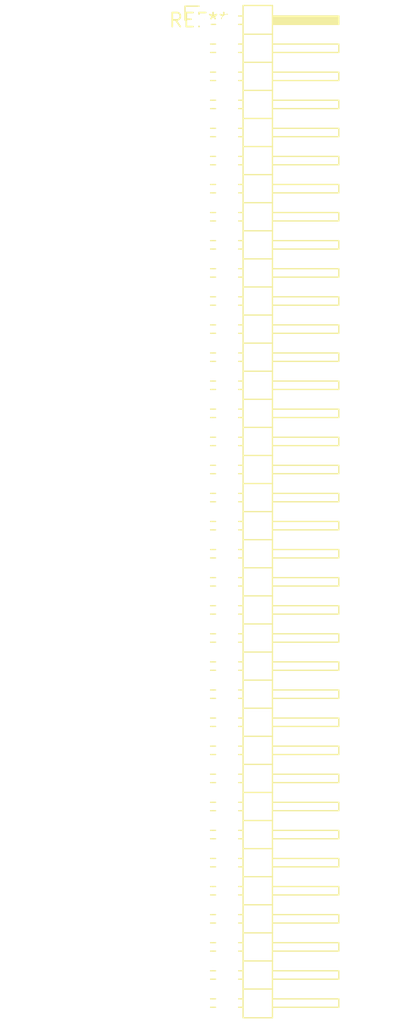
<source format=kicad_pcb>
(kicad_pcb (version 20240108) (generator pcbnew)
  (layers (0 "F.Cu" signal) (31 "B.Cu" signal) (34 "B.Paste" user) (35 "F.Paste" user) (36 "B.SilkS" user "B.Silkscreen") (37 "F.SilkS" user "F.Silkscreen") (38 "B.Mask" user) (39 "F.Mask" user) (44 "Edge.Cuts" user))
  (net 0 "")
  (footprint "PinHeader_2x36_P2.54mm_Horizontal" (layer "F.Cu") (at 0 0)
    (property "Reference" "REF**")
    (property "Value" "PinHeader_2x36_P2.54mm_Horizontal")
    (fp_line (start -1.27 -1.27) (end 0 -1.27) (layer "F.SilkS") (stroke (width 0.12)))
    (fp_line (start -1.27 0) (end -1.27 -1.27) (layer "F.SilkS") (stroke (width 0.12)))
    (fp_line (start 1.042929 2.16) (end 1.497071 2.16) (layer "F.SilkS") (stroke (width 0.12)))
    (fp_line (start 1.042929 2.92) (end 1.497071 2.92) (layer "F.SilkS") (stroke (width 0.12)))
    (fp_line (start 1.042929 4.7) (end 1.497071 4.7) (layer "F.SilkS") (stroke (width 0.12)))
    (fp_line (start 1.042929 5.46) (end 1.497071 5.46) (layer "F.SilkS") (stroke (width 0.12)))
    (fp_line (start 1.042929 7.24) (end 1.497071 7.24) (layer "F.SilkS") (stroke (width 0.12)))
    (fp_line (start 1.042929 8) (end 1.497071 8) (layer "F.SilkS") (stroke (width 0.12)))
    (fp_line (start 1.042929 9.78) (end 1.497071 9.78) (layer "F.SilkS") (stroke (width 0.12)))
    (fp_line (start 1.042929 10.54) (end 1.497071 10.54) (layer "F.SilkS") (stroke (width 0.12)))
    (fp_line (start 1.042929 12.32) (end 1.497071 12.32) (layer "F.SilkS") (stroke (width 0.12)))
    (fp_line (start 1.042929 13.08) (end 1.497071 13.08) (layer "F.SilkS") (stroke (width 0.12)))
    (fp_line (start 1.042929 14.86) (end 1.497071 14.86) (layer "F.SilkS") (stroke (width 0.12)))
    (fp_line (start 1.042929 15.62) (end 1.497071 15.62) (layer "F.SilkS") (stroke (width 0.12)))
    (fp_line (start 1.042929 17.4) (end 1.497071 17.4) (layer "F.SilkS") (stroke (width 0.12)))
    (fp_line (start 1.042929 18.16) (end 1.497071 18.16) (layer "F.SilkS") (stroke (width 0.12)))
    (fp_line (start 1.042929 19.94) (end 1.497071 19.94) (layer "F.SilkS") (stroke (width 0.12)))
    (fp_line (start 1.042929 20.7) (end 1.497071 20.7) (layer "F.SilkS") (stroke (width 0.12)))
    (fp_line (start 1.042929 22.48) (end 1.497071 22.48) (layer "F.SilkS") (stroke (width 0.12)))
    (fp_line (start 1.042929 23.24) (end 1.497071 23.24) (layer "F.SilkS") (stroke (width 0.12)))
    (fp_line (start 1.042929 25.02) (end 1.497071 25.02) (layer "F.SilkS") (stroke (width 0.12)))
    (fp_line (start 1.042929 25.78) (end 1.497071 25.78) (layer "F.SilkS") (stroke (width 0.12)))
    (fp_line (start 1.042929 27.56) (end 1.497071 27.56) (layer "F.SilkS") (stroke (width 0.12)))
    (fp_line (start 1.042929 28.32) (end 1.497071 28.32) (layer "F.SilkS") (stroke (width 0.12)))
    (fp_line (start 1.042929 30.1) (end 1.497071 30.1) (layer "F.SilkS") (stroke (width 0.12)))
    (fp_line (start 1.042929 30.86) (end 1.497071 30.86) (layer "F.SilkS") (stroke (width 0.12)))
    (fp_line (start 1.042929 32.64) (end 1.497071 32.64) (layer "F.SilkS") (stroke (width 0.12)))
    (fp_line (start 1.042929 33.4) (end 1.497071 33.4) (layer "F.SilkS") (stroke (width 0.12)))
    (fp_line (start 1.042929 35.18) (end 1.497071 35.18) (layer "F.SilkS") (stroke (width 0.12)))
    (fp_line (start 1.042929 35.94) (end 1.497071 35.94) (layer "F.SilkS") (stroke (width 0.12)))
    (fp_line (start 1.042929 37.72) (end 1.497071 37.72) (layer "F.SilkS") (stroke (width 0.12)))
    (fp_line (start 1.042929 38.48) (end 1.497071 38.48) (layer "F.SilkS") (stroke (width 0.12)))
    (fp_line (start 1.042929 40.26) (end 1.497071 40.26) (layer "F.SilkS") (stroke (width 0.12)))
    (fp_line (start 1.042929 41.02) (end 1.497071 41.02) (layer "F.SilkS") (stroke (width 0.12)))
    (fp_line (start 1.042929 42.8) (end 1.497071 42.8) (layer "F.SilkS") (stroke (width 0.12)))
    (fp_line (start 1.042929 43.56) (end 1.497071 43.56) (layer "F.SilkS") (stroke (width 0.12)))
    (fp_line (start 1.042929 45.34) (end 1.497071 45.34) (layer "F.SilkS") (stroke (width 0.12)))
    (fp_line (start 1.042929 46.1) (end 1.497071 46.1) (layer "F.SilkS") (stroke (width 0.12)))
    (fp_line (start 1.042929 47.88) (end 1.497071 47.88) (layer "F.SilkS") (stroke (width 0.12)))
    (fp_line (start 1.042929 48.64) (end 1.497071 48.64) (layer "F.SilkS") (stroke (width 0.12)))
    (fp_line (start 1.042929 50.42) (end 1.497071 50.42) (layer "F.SilkS") (stroke (width 0.12)))
    (fp_line (start 1.042929 51.18) (end 1.497071 51.18) (layer "F.SilkS") (stroke (width 0.12)))
    (fp_line (start 1.042929 52.96) (end 1.497071 52.96) (layer "F.SilkS") (stroke (width 0.12)))
    (fp_line (start 1.042929 53.72) (end 1.497071 53.72) (layer "F.SilkS") (stroke (width 0.12)))
    (fp_line (start 1.042929 55.5) (end 1.497071 55.5) (layer "F.SilkS") (stroke (width 0.12)))
    (fp_line (start 1.042929 56.26) (end 1.497071 56.26) (layer "F.SilkS") (stroke (width 0.12)))
    (fp_line (start 1.042929 58.04) (end 1.497071 58.04) (layer "F.SilkS") (stroke (width 0.12)))
    (fp_line (start 1.042929 58.8) (end 1.497071 58.8) (layer "F.SilkS") (stroke (width 0.12)))
    (fp_line (start 1.042929 60.58) (end 1.497071 60.58) (layer "F.SilkS") (stroke (width 0.12)))
    (fp_line (start 1.042929 61.34) (end 1.497071 61.34) (layer "F.SilkS") (stroke (width 0.12)))
    (fp_line (start 1.042929 63.12) (end 1.497071 63.12) (layer "F.SilkS") (stroke (width 0.12)))
    (fp_line (start 1.042929 63.88) (end 1.497071 63.88) (layer "F.SilkS") (stroke (width 0.12)))
    (fp_line (start 1.042929 65.66) (end 1.497071 65.66) (layer "F.SilkS") (stroke (width 0.12)))
    (fp_line (start 1.042929 66.42) (end 1.497071 66.42) (layer "F.SilkS") (stroke (width 0.12)))
    (fp_line (start 1.042929 68.2) (end 1.497071 68.2) (layer "F.SilkS") (stroke (width 0.12)))
    (fp_line (start 1.042929 68.96) (end 1.497071 68.96) (layer "F.SilkS") (stroke (width 0.12)))
    (fp_line (start 1.042929 70.74) (end 1.497071 70.74) (layer "F.SilkS") (stroke (width 0.12)))
    (fp_line (start 1.042929 71.5) (end 1.497071 71.5) (layer "F.SilkS") (stroke (width 0.12)))
    (fp_line (start 1.042929 73.28) (end 1.497071 73.28) (layer "F.SilkS") (stroke (width 0.12)))
    (fp_line (start 1.042929 74.04) (end 1.497071 74.04) (layer "F.SilkS") (stroke (width 0.12)))
    (fp_line (start 1.042929 75.82) (end 1.497071 75.82) (layer "F.SilkS") (stroke (width 0.12)))
    (fp_line (start 1.042929 76.58) (end 1.497071 76.58) (layer "F.SilkS") (stroke (width 0.12)))
    (fp_line (start 1.042929 78.36) (end 1.497071 78.36) (layer "F.SilkS") (stroke (width 0.12)))
    (fp_line (start 1.042929 79.12) (end 1.497071 79.12) (layer "F.SilkS") (stroke (width 0.12)))
    (fp_line (start 1.042929 80.9) (end 1.497071 80.9) (layer "F.SilkS") (stroke (width 0.12)))
    (fp_line (start 1.042929 81.66) (end 1.497071 81.66) (layer "F.SilkS") (stroke (width 0.12)))
    (fp_line (start 1.042929 83.44) (end 1.497071 83.44) (layer "F.SilkS") (stroke (width 0.12)))
    (fp_line (start 1.042929 84.2) (end 1.497071 84.2) (layer "F.SilkS") (stroke (width 0.12)))
    (fp_line (start 1.042929 85.98) (end 1.497071 85.98) (layer "F.SilkS") (stroke (width 0.12)))
    (fp_line (start 1.042929 86.74) (end 1.497071 86.74) (layer "F.SilkS") (stroke (width 0.12)))
    (fp_line (start 1.042929 88.52) (end 1.497071 88.52) (layer "F.SilkS") (stroke (width 0.12)))
    (fp_line (start 1.042929 89.28) (end 1.497071 89.28) (layer "F.SilkS") (stroke (width 0.12)))
    (fp_line (start 1.11 -0.38) (end 1.497071 -0.38) (layer "F.SilkS") (stroke (width 0.12)))
    (fp_line (start 1.11 0.38) (end 1.497071 0.38) (layer "F.SilkS") (stroke (width 0.12)))
    (fp_line (start 3.582929 -0.38) (end 3.98 -0.38) (layer "F.SilkS") (stroke (width 0.12)))
    (fp_line (start 3.582929 0.38) (end 3.98 0.38) (layer "F.SilkS") (stroke (width 0.12)))
    (fp_line (start 3.582929 2.16) (end 3.98 2.16) (layer "F.SilkS") (stroke (width 0.12)))
    (fp_line (start 3.582929 2.92) (end 3.98 2.92) (layer "F.SilkS") (stroke (width 0.12)))
    (fp_line (start 3.582929 4.7) (end 3.98 4.7) (layer "F.SilkS") (stroke (width 0.12)))
    (fp_line (start 3.582929 5.46) (end 3.98 5.46) (layer "F.SilkS") (stroke (width 0.12)))
    (fp_line (start 3.582929 7.24) (end 3.98 7.24) (layer "F.SilkS") (stroke (width 0.12)))
    (fp_line (start 3.582929 8) (end 3.98 8) (layer "F.SilkS") (stroke (width 0.12)))
    (fp_line (start 3.582929 9.78) (end 3.98 9.78) (layer "F.SilkS") (stroke (width 0.12)))
    (fp_line (start 3.582929 10.54) (end 3.98 10.54) (layer "F.SilkS") (stroke (width 0.12)))
    (fp_line (start 3.582929 12.32) (end 3.98 12.32) (layer "F.SilkS") (stroke (width 0.12)))
    (fp_line (start 3.582929 13.08) (end 3.98 13.08) (layer "F.SilkS") (stroke (width 0.12)))
    (fp_line (start 3.582929 14.86) (end 3.98 14.86) (layer "F.SilkS") (stroke (width 0.12)))
    (fp_line (start 3.582929 15.62) (end 3.98 15.62) (layer "F.SilkS") (stroke (width 0.12)))
    (fp_line (start 3.582929 17.4) (end 3.98 17.4) (layer "F.SilkS") (stroke (width 0.12)))
    (fp_line (start 3.582929 18.16) (end 3.98 18.16) (layer "F.SilkS") (stroke (width 0.12)))
    (fp_line (start 3.582929 19.94) (end 3.98 19.94) (layer "F.SilkS") (stroke (width 0.12)))
    (fp_line (start 3.582929 20.7) (end 3.98 20.7) (layer "F.SilkS") (stroke (width 0.12)))
    (fp_line (start 3.582929 22.48) (end 3.98 22.48) (layer "F.SilkS") (stroke (width 0.12)))
    (fp_line (start 3.582929 23.24) (end 3.98 23.24) (layer "F.SilkS") (stroke (width 0.12)))
    (fp_line (start 3.582929 25.02) (end 3.98 25.02) (layer "F.SilkS") (stroke (width 0.12)))
    (fp_line (start 3.582929 25.78) (end 3.98 25.78) (layer "F.SilkS") (stroke (width 0.12)))
    (fp_line (start 3.582929 27.56) (end 3.98 27.56) (layer "F.SilkS") (stroke (width 0.12)))
    (fp_line (start 3.582929 28.32) (end 3.98 28.32) (layer "F.SilkS") (stroke (width 0.12)))
    (fp_line (start 3.582929 30.1) (end 3.98 30.1) (layer "F.SilkS") (stroke (width 0.12)))
    (fp_line (start 3.582929 30.86) (end 3.98 30.86) (layer "F.SilkS") (stroke (width 0.12)))
    (fp_line (start 3.582929 32.64) (end 3.98 32.64) (layer "F.SilkS") (stroke (width 0.12)))
    (fp_line (start 3.582929 33.4) (end 3.98 33.4) (layer "F.SilkS") (stroke (width 0.12)))
    (fp_line (start 3.582929 35.18) (end 3.98 35.18) (layer "F.SilkS") (stroke (width 0.12)))
    (fp_line (start 3.582929 35.94) (end 3.98 35.94) (layer "F.SilkS") (stroke (width 0.12)))
    (fp_line (start 3.582929 37.72) (end 3.98 37.72) (layer "F.SilkS") (stroke (width 0.12)))
    (fp_line (start 3.582929 38.48) (end 3.98 38.48) (layer "F.SilkS") (stroke (width 0.12)))
    (fp_line (start 3.582929 40.26) (end 3.98 40.26) (layer "F.SilkS") (stroke (width 0.12)))
    (fp_line (start 3.582929 41.02) (end 3.98 41.02) (layer "F.SilkS") (stroke (width 0.12)))
    (fp_line (start 3.582929 42.8) (end 3.98 42.8) (layer "F.SilkS") (stroke (width 0.12)))
    (fp_line (start 3.582929 43.56) (end 3.98 43.56) (layer "F.SilkS") (stroke (width 0.12)))
    (fp_line (start 3.582929 45.34) (end 3.98 45.34) (layer "F.SilkS") (stroke (width 0.12)))
    (fp_line (start 3.582929 46.1) (end 3.98 46.1) (layer "F.SilkS") (stroke (width 0.12)))
    (fp_line (start 3.582929 47.88) (end 3.98 47.88) (layer "F.SilkS") (stroke (width 0.12)))
    (fp_line (start 3.582929 48.64) (end 3.98 48.64) (layer "F.SilkS") (stroke (width 0.12)))
    (fp_line (start 3.582929 50.42) (end 3.98 50.42) (layer "F.SilkS") (stroke (width 0.12)))
    (fp_line (start 3.582929 51.18) (end 3.98 51.18) (layer "F.SilkS") (stroke (width 0.12)))
    (fp_line (start 3.582929 52.96) (end 3.98 52.96) (layer "F.SilkS") (stroke (width 0.12)))
    (fp_line (start 3.582929 53.72) (end 3.98 53.72) (layer "F.SilkS") (stroke (width 0.12)))
    (fp_line (start 3.582929 55.5) (end 3.98 55.5) (layer "F.SilkS") (stroke (width 0.12)))
    (fp_line (start 3.582929 56.26) (end 3.98 56.26) (layer "F.SilkS") (stroke (width 0.12)))
    (fp_line (start 3.582929 58.04) (end 3.98 58.04) (layer "F.SilkS") (stroke (width 0.12)))
    (fp_line (start 3.582929 58.8) (end 3.98 58.8) (layer "F.SilkS") (stroke (width 0.12)))
    (fp_line (start 3.582929 60.58) (end 3.98 60.58) (layer "F.SilkS") (stroke (width 0.12)))
    (fp_line (start 3.582929 61.34) (end 3.98 61.34) (layer "F.SilkS") (stroke (width 0.12)))
    (fp_line (start 3.582929 63.12) (end 3.98 63.12) (layer "F.SilkS") (stroke (width 0.12)))
    (fp_line (start 3.582929 63.88) (end 3.98 63.88) (layer "F.SilkS") (stroke (width 0.12)))
    (fp_line (start 3.582929 65.66) (end 3.98 65.66) (layer "F.SilkS") (stroke (width 0.12)))
    (fp_line (start 3.582929 66.42) (end 3.98 66.42) (layer "F.SilkS") (stroke (width 0.12)))
    (fp_line (start 3.582929 68.2) (end 3.98 68.2) (layer "F.SilkS") (stroke (width 0.12)))
    (fp_line (start 3.582929 68.96) (end 3.98 68.96) (layer "F.SilkS") (stroke (width 0.12)))
    (fp_line (start 3.582929 70.74) (end 3.98 70.74) (layer "F.SilkS") (stroke (width 0.12)))
    (fp_line (start 3.582929 71.5) (end 3.98 71.5) (layer "F.SilkS") (stroke (width 0.12)))
    (fp_line (start 3.582929 73.28) (end 3.98 73.28) (layer "F.SilkS") (stroke (width 0.12)))
    (fp_line (start 3.582929 74.04) (end 3.98 74.04) (layer "F.SilkS") (stroke (width 0.12)))
    (fp_line (start 3.582929 75.82) (end 3.98 75.82) (layer "F.SilkS") (stroke (width 0.12)))
    (fp_line (start 3.582929 76.58) (end 3.98 76.58) (layer "F.SilkS") (stroke (width 0.12)))
    (fp_line (start 3.582929 78.36) (end 3.98 78.36) (layer "F.SilkS") (stroke (width 0.12)))
    (fp_line (start 3.582929 79.12) (end 3.98 79.12) (layer "F.SilkS") (stroke (width 0.12)))
    (fp_line (start 3.582929 80.9) (end 3.98 80.9) (layer "F.SilkS") (stroke (width 0.12)))
    (fp_line (start 3.582929 81.66) (end 3.98 81.66) (layer "F.SilkS") (stroke (width 0.12)))
    (fp_line (start 3.582929 83.44) (end 3.98 83.44) (layer "F.SilkS") (stroke (width 0.12)))
    (fp_line (start 3.582929 84.2) (end 3.98 84.2) (layer "F.SilkS") (stroke (width 0.12)))
    (fp_line (start 3.582929 85.98) (end 3.98 85.98) (layer "F.SilkS") (stroke (width 0.12)))
    (fp_line (start 3.582929 86.74) (end 3.98 86.74) (layer "F.SilkS") (stroke (width 0.12)))
    (fp_line (start 3.582929 88.52) (end 3.98 88.52) (layer "F.SilkS") (stroke (width 0.12)))
    (fp_line (start 3.582929 89.28) (end 3.98 89.28) (layer "F.SilkS") (stroke (width 0.12)))
    (fp_line (start 3.98 -1.33) (end 3.98 90.23) (layer "F.SilkS") (stroke (width 0.12)))
    (fp_line (start 3.98 1.27) (end 6.64 1.27) (layer "F.SilkS") (stroke (width 0.12)))
    (fp_line (start 3.98 3.81) (end 6.64 3.81) (layer "F.SilkS") (stroke (width 0.12)))
    (fp_line (start 3.98 6.35) (end 6.64 6.35) (layer "F.SilkS") (stroke (width 0.12)))
    (fp_line (start 3.98 8.89) (end 6.64 8.89) (layer "F.SilkS") (stroke (width 0.12)))
    (fp_line (start 3.98 11.43) (end 6.64 11.43) (layer "F.SilkS") (stroke (width 0.12)))
    (fp_line (start 3.98 13.97) (end 6.64 13.97) (layer "F.SilkS") (stroke (width 0.12)))
    (fp_line (start 3.98 16.51) (end 6.64 16.51) (layer "F.SilkS") (stroke (width 0.12)))
    (fp_line (start 3.98 19.05) (end 6.64 19.05) (layer "F.SilkS") (stroke (width 0.12)))
    (fp_line (start 3.98 21.59) (end 6.64 21.59) (layer "F.SilkS") (stroke (width 0.12)))
    (fp_line (start 3.98 24.13) (end 6.64 24.13) (layer "F.SilkS") (stroke (width 0.12)))
    (fp_line (start 3.98 26.67) (end 6.64 26.67) (layer "F.SilkS") (stroke (width 0.12)))
    (fp_line (start 3.98 29.21) (end 6.64 29.21) (layer "F.SilkS") (stroke (width 0.12)))
    (fp_line (start 3.98 31.75) (end 6.64 31.75) (layer "F.SilkS") (stroke (width 0.12)))
    (fp_line (start 3.98 34.29) (end 6.64 34.29) (layer "F.SilkS") (stroke (width 0.12)))
    (fp_line (start 3.98 36.83) (end 6.64 36.83) (layer "F.SilkS") (stroke (width 0.12)))
    (fp_line (start 3.98 39.37) (end 6.64 39.37) (layer "F.SilkS") (stroke (width 0.12)))
    (fp_line (start 3.98 41.91) (end 6.64 41.91) (layer "F.SilkS") (stroke (width 0.12)))
    (fp_line (start 3.98 44.45) (end 6.64 44.45) (layer "F.SilkS") (stroke (width 0.12)))
    (fp_line (start 3.98 46.99) (end 6.64 46.99) (layer "F.SilkS") (stroke (width 0.12)))
    (fp_line (start 3.98 49.53) (end 6.64 49.53) (layer "F.SilkS") (stroke (width 0.12)))
    (fp_line (start 3.98 52.07) (end 6.64 52.07) (layer "F.SilkS") (stroke (width 0.12)))
    (fp_line (start 3.98 54.61) (end 6.64 54.61) (layer "F.SilkS") (stroke (width 0.12)))
    (fp_line (start 3.98 57.15) (end 6.64 57.15) (layer "F.SilkS") (stroke (width 0.12)))
    (fp_line (start 3.98 59.69) (end 6.64 59.69) (layer "F.SilkS") (stroke (width 0.12)))
    (fp_line (start 3.98 62.23) (end 6.64 62.23) (layer "F.SilkS") (stroke (width 0.12)))
    (fp_line (start 3.98 64.77) (end 6.64 64.77) (layer "F.SilkS") (stroke (width 0.12)))
    (fp_line (start 3.98 67.31) (end 6.64 67.31) (layer "F.SilkS") (stroke (width 0.12)))
    (fp_line (start 3.98 69.85) (end 6.64 69.85) (layer "F.SilkS") (stroke (width 0.12)))
    (fp_line (start 3.98 72.39) (end 6.64 72.39) (layer "F.SilkS") (stroke (width 0.12)))
    (fp_line (start 3.98 74.93) (end 6.64 74.93) (layer "F.SilkS") (stroke (width 0.12)))
    (fp_line (start 3.98 77.47) (end 6.64 77.47) (layer "F.SilkS") (stroke (width 0.12)))
    (fp_line (start 3.98 80.01) (end 6.64 80.01) (layer "F.SilkS") (stroke (width 0.12)))
    (fp_line (start 3.98 82.55) (end 6.64 82.55) (layer "F.SilkS") (stroke (width 0.12)))
    (fp_line (start 3.98 85.09) (end 6.64 85.09) (layer "F.SilkS") (stroke (width 0.12)))
    (fp_line (start 3.98 87.63) (end 6.64 87.63) (layer "F.SilkS") (stroke (width 0.12)))
    (fp_line (start 3.98 90.23) (end 6.64 90.23) (layer "F.SilkS") (stroke (width 0.12)))
    (fp_line (start 6.64 -1.33) (end 3.98 -1.33) (layer "F.SilkS") (stroke (width 0.12)))
    (fp_line (start 6.64 -0.38) (end 12.64 -0.38) (layer "F.SilkS") (stroke (width 0.12)))
    (fp_line (start 6.64 -0.32) (end 12.64 -0.32) (layer "F.SilkS") (stroke (width 0.12)))
    (fp_line (start 6.64 -0.2) (end 12.64 -0.2) (layer "F.SilkS") (stroke (width 0.12)))
    (fp_line (start 6.64 -0.08) (end 12.64 -0.08) (layer "F.SilkS") (stroke (width 0.12)))
    (fp_line (start 6.64 0.04) (end 12.64 0.04) (layer "F.SilkS") (stroke (width 0.12)))
    (fp_line (start 6.64 0.16) (end 12.64 0.16) (layer "F.SilkS") (stroke (width 0.12)))
    (fp_line (start 6.64 0.28) (end 12.64 0.28) (layer "F.SilkS") (stroke (width 0.12)))
    (fp_line (start 6.64 2.16) (end 12.64 2.16) (layer "F.SilkS") (stroke (width 0.12)))
    (fp_line (start 6.64 4.7) (end 12.64 4.7) (layer "F.SilkS") (stroke (width 0.12)))
    (fp_line (start 6.64 7.24) (end 12.64 7.24) (layer "F.SilkS") (stroke (width 0.12)))
    (fp_line (start 6.64 9.78) (end 12.64 9.78) (layer "F.SilkS") (stroke (width 0.12)))
    (fp_line (start 6.64 12.32) (end 12.64 12.32) (layer "F.SilkS") (stroke (width 0.12)))
    (fp_line (start 6.64 14.86) (end 12.64 14.86) (layer "F.SilkS") (stroke (width 0.12)))
    (fp_line (start 6.64 17.4) (end 12.64 17.4) (layer "F.SilkS") (stroke (width 0.12)))
    (fp_line (start 6.64 19.94) (end 12.64 19.94) (layer "F.SilkS") (stroke (width 0.12)))
    (fp_line (start 6.64 22.48) (end 12.64 22.48) (layer "F.SilkS") (stroke (width 0.12)))
    (fp_line (start 6.64 25.02) (end 12.64 25.02) (layer "F.SilkS") (stroke (width 0.12)))
    (fp_line (start 6.64 27.56) (end 12.64 27.56) (layer "F.SilkS") (stroke (width 0.12)))
    (fp_line (start 6.64 30.1) (end 12.64 30.1) (layer "F.SilkS") (stroke (width 0.12)))
    (fp_line (start 6.64 32.64) (end 12.64 32.64) (layer "F.SilkS") (stroke (width 0.12)))
    (fp_line (start 6.64 35.18) (end 12.64 35.18) (layer "F.SilkS") (stroke (width 0.12)))
    (fp_line (start 6.64 37.72) (end 12.64 37.72) (layer "F.SilkS") (stroke (width 0.12)))
    (fp_line (start 6.64 40.26) (end 12.64 40.26) (layer "F.SilkS") (stroke (width 0.12)))
    (fp_line (start 6.64 42.8) (end 12.64 42.8) (layer "F.SilkS") (stroke (width 0.12)))
    (fp_line (start 6.64 45.34) (end 12.64 45.34) (layer "F.SilkS") (stroke (width 0.12)))
    (fp_line (start 6.64 47.88) (end 12.64 47.88) (layer "F.SilkS") (stroke (width 0.12)))
    (fp_line (start 6.64 50.42) (end 12.64 50.42) (layer "F.SilkS") (stroke (width 0.12)))
    (fp_line (start 6.64 52.96) (end 12.64 52.96) (layer "F.SilkS") (stroke (width 0.12)))
    (fp_line (start 6.64 55.5) (end 12.64 55.5) (layer "F.SilkS") (stroke (width 0.12)))
    (fp_line (start 6.64 58.04) (end 12.64 58.04) (layer "F.SilkS") (stroke (width 0.12)))
    (fp_line (start 6.64 60.58) (end 12.64 60.58) (layer "F.SilkS") (stroke (width 0.12)))
    (fp_line (start 6.64 63.12) (end 12.64 63.12) (layer "F.SilkS") (stroke (width 0.12)))
    (fp_line (start 6.64 65.66) (end 12.64 65.66) (layer "F.SilkS") (stroke (width 0.12)))
    (fp_line (start 6.64 68.2) (end 12.64 68.2) (layer "F.SilkS") (stroke (width 0.12)))
    (fp_line (start 6.64 70.74) (end 12.64 70.74) (layer "F.SilkS") (stroke (width 0.12)))
    (fp_line (start 6.64 73.28) (end 12.64 73.28) (layer "F.SilkS") (stroke (width 0.12)))
    (fp_line (start 6.64 75.82) (end 12.64 75.82) (layer "F.SilkS") (stroke (width 0.12)))
    (fp_line (start 6.64 78.36) (end 12.64 78.36) (layer "F.SilkS") (stroke (width 0.12)))
    (fp_line (start 6.64 80.9) (end 12.64 80.9) (layer "F.SilkS") (stroke (width 0.12)))
    (fp_line (start 6.64 83.44) (end 12.64 83.44) (layer "F.SilkS") (stroke (width 0.12)))
    (fp_line (start 6.64 85.98) (end 12.64 85.98) (layer "F.SilkS") (stroke (width 0.12)))
    (fp_line (start 6.64 88.52) (end 12.64 88.52) (layer "F.SilkS") (stroke (width 0.12)))
    (fp_line (start 6.64 90.23) (end 6.64 -1.33) (layer "F.SilkS") (stroke (width 0.12)))
    (fp_line (start 12.64 -0.38) (end 12.64 0.38) (layer "F.SilkS") (stroke (width 0.12)))
    (fp_line (start 12.64 0.38) (end 6.64 0.38) (layer "F.SilkS") (stroke (width 0.12)))
    (fp_line (start 12.64 2.16) (end 12.64 2.92) (layer "F.SilkS") (stroke (width 0.12)))
    (fp_line (start 12.64 2.92) (end 6.64 2.92) (layer "F.SilkS") (stroke (width 0.12)))
    (fp_line (start 12.64 4.7) (end 12.64 5.46) (layer "F.SilkS") (stroke (width 0.12)))
    (fp_line (start 12.64 5.46) (end 6.64 5.46) (layer "F.SilkS") (stroke (width 0.12)))
    (fp_line (start 12.64 7.24) (end 12.64 8) (layer "F.SilkS") (stroke (width 0.12)))
    (fp_line (start 12.64 8) (end 6.64 8) (layer "F.SilkS") (stroke (width 0.12)))
    (fp_line (start 12.64 9.78) (end 12.64 10.54) (layer "F.SilkS") (stroke (width 0.12)))
    (fp_line (start 12.64 10.54) (end 6.64 10.54) (layer "F.SilkS") (stroke (width 0.12)))
    (fp_line (start 12.64 12.32) (end 12.64 13.08) (layer "F.SilkS") (stroke (width 0.12)))
    (fp_line (start 12.64 13.08) (end 6.64 13.08) (layer "F.SilkS") (stroke (width 0.12)))
    (fp_line (start 12.64 14.86) (end 12.64 15.62) (layer "F.SilkS") (stroke (width 0.12)))
    (fp_line (start 12.64 15.62) (end 6.64 15.62) (layer "F.SilkS") (stroke (width 0.12)))
    (fp_line (start 12.64 17.4) (end 12.64 18.16) (layer "F.SilkS") (stroke (width 0.12)))
    (fp_line (start 12.64 18.16) (end 6.64 18.16) (layer "F.SilkS") (stroke (width 0.12)))
    (fp_line (start 12.64 19.94) (end 12.64 20.7) (layer "F.SilkS") (stroke (width 0.12)))
    (fp_line (start 12.64 20.7) (end 6.64 20.7) (layer "F.SilkS") (stroke (width 0.12)))
    (fp_line (start 12.64 22.48) (end 12.64 23.24) (layer "F.SilkS") (stroke (width 0.12)))
    (fp_line (start 12.64 23.24) (end 6.64 23.24) (layer "F.SilkS") (stroke (width 0.12)))
    (fp_line (start 12.64 25.02) (end 12.64 25.78) (layer "F.SilkS") (stroke (width 0.12)))
    (fp_line (start 12.64 25.78) (end 6.64 25.78) (layer "F.SilkS") (stroke (width 0.12)))
    (fp_line (start 12.64 27.56) (end 12.64 28.32) (layer "F.SilkS") (stroke (width 0.12)))
    (fp_line (start 12.64 28.32) (end 6.64 28.32) (layer "F.SilkS") (stroke (width 0.12)))
    (fp_line (start 12.64 30.1) (end 12.64 30.86) (layer "F.SilkS") (stroke (width 0.12)))
    (fp_line (start 12.64 30.86) (end 6.64 30.86) (layer "F.SilkS") (stroke (width 0.12)))
    (fp_line (start 12.64 32.64) (end 12.64 33.4) (layer "F.SilkS") (stroke (width 0.12)))
    (fp_line (start 12.64 33.4) (end 6.64 33.4) (layer "F.SilkS") (stroke (width 0.12)))
    (fp_line (start 12.64 35.18) (end 12.64 35.94) (layer "F.SilkS") (stroke (width 0.12)))
    (fp_line (start 12.64 35.94) (end 6.64 35.94) (layer "F.SilkS") (stroke (width 0.12)))
    (fp_line (start 12.64 37.72) (end 12.64 38.48) (layer "F.SilkS") (stroke (width 0.12)))
    (fp_line (start 12.64 38.48) (end 6.64 38.48) (layer "F.SilkS") (stroke (width 0.12)))
    (fp_line (start 12.64 40.26) (end 12.64 41.02) (layer "F.SilkS") (stroke (width 0.12)))
    (fp_line (start 12.64 41.02) (end 6.64 41.02) (layer "F.SilkS") (stroke (width 0.12)))
    (fp_line (start 12.64 42.8) (end 12.64 43.56) (layer "F.SilkS") (stroke (width 0.12)))
    (fp_line (start 12.64 43.56) (end 6.64 43.56) (layer "F.SilkS") (stroke (width 0.12)))
    (fp_line (start 12.64 45.34) (end 12.64 46.1) (layer "F.SilkS") (stroke (width 0.12)))
    (fp_line (start 12.64 46.1) (end 6.64 46.1) (layer "F.SilkS") (stroke (width 0.12)))
    (fp_line (start 12.64 47.88) (end 12.64 48.64) (layer "F.SilkS") (stroke (width 0.12)))
    (fp_line (start 12.64 48.64) (end 6.64 48.64) (layer "F.SilkS") (stroke (width 0.12)))
    (fp_line (start 12.64 50.42) (end 12.64 51.18) (layer "F.SilkS") (stroke (width 0.12)))
    (fp_line (start 12.64 51.18) (end 6.64 51.18) (layer "F.SilkS") (stroke (width 0.12)))
    (fp_line (start 12.64 52.96) (end 12.64 53.72) (layer "F.SilkS") (stroke (width 0.12)))
    (fp_line (start 12.64 53.72) (end 6.64 53.72) (layer "F.SilkS") (stroke (width 0.12)))
    (fp_line (start 12.64 55.5) (end 12.64 56.26) (layer "F.SilkS") (stroke (width 0.12)))
    (fp_line (start 12.64 56.26) (end 6.64 56.26) (layer "F.SilkS") (stroke (width 0.12)))
    (fp_line (start 12.64 58.04) (end 12.64 58.8) (layer "F.SilkS") (stroke (width 0.12)))
    (fp_line (start 12.64 58.8) (end 6.64 58.8) (layer "F.SilkS") (stroke (width 0.12)))
    (fp_line (start 12.64 60.58) (end 12.64 61.34) (layer "F.SilkS") (stroke (width 0.12)))
    (fp_line (start 12.64 61.34) (end 6.64 61.34) (layer "F.SilkS") (stroke (width 0.12)))
    (fp_line (start 12.64 63.12) (end 12.64 63.88) (layer "F.SilkS") (stroke (width 0.12)))
    (fp_line (start 12.64 63.88) (end 6.64 63.88) (layer "F.SilkS") (stroke (width 0.12)))
    (fp_line (start 12.64 65.66) (end 12.64 66.42) (layer "F.SilkS") (stroke (width 0.12)))
    (fp_line (start 12.64 66.42) (end 6.64 66.42) (layer "F.SilkS") (stroke (width 0.12)))
    (fp_line (start 12.64 68.2) (end 12.64 68.96) (layer "F.SilkS") (stroke (width 0.12)))
    (fp_line (start 12.64 68.96) (end 6.64 68.96) (layer "F.SilkS") (stroke (width 0.12)))
    (fp_line (start 12.64 70.74) (end 12.64 71.5) (layer "F.SilkS") (stroke (width 0.12)))
    (fp_line (start 12.64 71.5) (end 6.64 71.5) (layer "F.SilkS") (stroke (width 0.12)))
    (fp_line (start 12.64 73.28) (end 12.64 74.04) (layer "F.SilkS") (stroke (width 0.12)))
    (fp_line (start 12.64 74.04) (end 6.64 74.04) (layer "F.SilkS") (stroke (width 0.12)))
    (fp_line (start 12.64 75.82) (end 12.64 76.58) (layer "F.SilkS") (stroke (width 0.12)))
    (fp_line (start 12.64 76.58) (end 6.64 76.58) (layer "F.SilkS") (stroke (width 0.12)))
    (fp_line (start 12.64 78.36) (end 12.64 79.12) (layer "F.SilkS") (stroke (width 0.12)))
    (fp_line (start 12.64 79.12) (end 6.64 79.12) (layer "F.SilkS") (stroke (width 0.12)))
    (fp_line (start 12.64 80.9) (end 12.64 81.66) (layer "F.SilkS") (stroke (width 0.12)))
    (fp_line (start 12.64 81.66) (end 6.64 81.66) (layer "F.SilkS") (stroke (width 0.12)))
    (fp_line (start 12.64 83.44) (end 12.64 84.2) (layer "F.SilkS") (stroke (width 0.12)))
    (fp_line (start 12.64 84.2) (end 6.64 84.2) (layer "F.SilkS") (stroke (width 0.12)))
    (fp_line (start 12.64 85.98) (end 12.64 86.74) (layer "F.SilkS") (stroke (width 0.12)))
    (fp_line (start 12.64 86.74) (end 6.64 86.74) (layer "F.SilkS") (stroke (width 0.12)))
    (fp_line (start 12.64 88.52) (end 12.64 89.28) (layer "F.SilkS") (stroke (width 0.12)))
    (fp_line (start 12.64 89.28) (end 6.64 89.28) (layer "F.SilkS") (stroke (width 0.12)))
    (pad "1" thru_hole rect (at 0 0) (size 1.7 1.7) (drill 1) (layers *.Cu *.Mask) (remove_unused_layers))
    (pad "2" thru_hole oval (at 2.54 0) (size 1.7 1.7) (drill 1) (layers *.Cu *.Mask) (remove_unused_layers))
    (pad "3" thru_hole oval (at 0 2.54) (size 1.7 1.7) (drill 1) (layers *.Cu *.Mask) (remove_unused_layers))
    (pad "4" thru_hole oval (at 2.54 2.54) (size 1.7 1.7) (drill 1) (layers *.Cu *.Mask) (remove_unused_layers))
    (pad "5" thru_hole oval (at 0 5.08) (size 1.7 1.7) (drill 1) (layers *.Cu *.Mask) (remove_unused_layers))
    (pad "6" thru_hole oval (at 2.54 5.08) (size 1.7 1.7) (drill 1) (layers *.Cu *.Mask) (remove_unused_layers))
    (pad "7" thru_hole oval (at 0 7.62) (size 1.7 1.7) (drill 1) (layers *.Cu *.Mask) (remove_unused_layers))
    (pad "8" thru_hole oval (at 2.54 7.62) (size 1.7 1.7) (drill 1) (layers *.Cu *.Mask) (remove_unused_layers))
    (pad "9" thru_hole oval (at 0 10.16) (size 1.7 1.7) (drill 1) (layers *.Cu *.Mask) (remove_unused_layers))
    (pad "10" thru_hole oval (at 2.54 10.16) (size 1.7 1.7) (drill 1) (layers *.Cu *.Mask) (remove_unused_layers))
    (pad "11" thru_hole oval (at 0 12.7) (size 1.7 1.7) (drill 1) (layers *.Cu *.Mask) (remove_unused_layers))
    (pad "12" thru_hole oval (at 2.54 12.7) (size 1.7 1.7) (drill 1) (layers *.Cu *.Mask) (remove_unused_layers))
    (pad "13" thru_hole oval (at 0 15.24) (size 1.7 1.7) (drill 1) (layers *.Cu *.Mask) (remove_unused_layers))
    (pad "14" thru_hole oval (at 2.54 15.24) (size 1.7 1.7) (drill 1) (layers *.Cu *.Mask) (remove_unused_layers))
    (pad "15" thru_hole oval (at 0 17.78) (size 1.7 1.7) (drill 1) (layers *.Cu *.Mask) (remove_unused_layers))
    (pad "16" thru_hole oval (at 2.54 17.78) (size 1.7 1.7) (drill 1) (layers *.Cu *.Mask) (remove_unused_layers))
    (pad "17" thru_hole oval (at 0 20.32) (size 1.7 1.7) (drill 1) (layers *.Cu *.Mask) (remove_unused_layers))
    (pad "18" thru_hole oval (at 2.54 20.32) (size 1.7 1.7) (drill 1) (layers *.Cu *.Mask) (remove_unused_layers))
    (pad "19" thru_hole oval (at 0 22.86) (size 1.7 1.7) (drill 1) (layers *.Cu *.Mask) (remove_unused_layers))
    (pad "20" thru_hole oval (at 2.54 22.86) (size 1.7 1.7) (drill 1) (layers *.Cu *.Mask) (remove_unused_layers))
    (pad "21" thru_hole oval (at 0 25.4) (size 1.7 1.7) (drill 1) (layers *.Cu *.Mask) (remove_unused_layers))
    (pad "22" thru_hole oval (at 2.54 25.4) (size 1.7 1.7) (drill 1) (layers *.Cu *.Mask) (remove_unused_layers))
    (pad "23" thru_hole oval (at 0 27.94) (size 1.7 1.7) (drill 1) (layers *.Cu *.Mask) (remove_unused_layers))
    (pad "24" thru_hole oval (at 2.54 27.94) (size 1.7 1.7) (drill 1) (layers *.Cu *.Mask) (remove_unused_layers))
    (pad "25" thru_hole oval (at 0 30.48) (size 1.7 1.7) (drill 1) (layers *.Cu *.Mask) (remove_unused_layers))
    (pad "26" thru_hole oval (at 2.54 30.48) (size 1.7 1.7) (drill 1) (layers *.Cu *.Mask) (remove_unused_layers))
    (pad "27" thru_hole oval (at 0 33.02) (size 1.7 1.7) (drill 1) (layers *.Cu *.Mask) (remove_unused_layers))
    (pad "28" thru_hole oval (at 2.54 33.02) (size 1.7 1.7) (drill 1) (layers *.Cu *.Mask) (remove_unused_layers))
    (pad "29" thru_hole oval (at 0 35.56) (size 1.7 1.7) (drill 1) (layers *.Cu *.Mask) (remove_unused_layers))
    (pad "30" thru_hole oval (at 2.54 35.56) (size 1.7 1.7) (drill 1) (layers *.Cu *.Mask) (remove_unused_layers))
    (pad "31" thru_hole oval (at 0 38.1) (size 1.7 1.7) (drill 1) (layers *.Cu *.Mask) (remove_unused_layers))
    (pad "32" thru_hole oval (at 2.54 38.1) (size 1.7 1.7) (drill 1) (layers *.Cu *.Mask) (remove_unused_layers))
    (pad "33" thru_hole oval (at 0 40.64) (size 1.7 1.7) (drill 1) (layers *.Cu *.Mask) (remove_unused_layers))
    (pad "34" thru_hole oval (at 2.54 40.64) (size 1.7 1.7) (drill 1) (layers *.Cu *.Mask) (remove_unused_layers))
    (pad "35" thru_hole oval (at 0 43.18) (size 1.7 1.7) (drill 1) (layers *.Cu *.Mask) (remove_unused_layers))
    (pad "36" thru_hole oval (at 2.54 43.18) (size 1.7 1.7) (drill 1) (layers *.Cu *.Mask) (remove_unused_layers))
    (pad "37" thru_hole oval (at 0 45.72) (size 1.7 1.7) (drill 1) (layers *.Cu *.Mask) (remove_unused_layers))
    (pad "38" thru_hole oval (at 2.54 45.72) (size 1.7 1.7) (drill 1) (layers *.Cu *.Mask) (remove_unused_layers))
    (pad "39" thru_hole oval (at 0 48.26) (size 1.7 1.7) (drill 1) (layers *.Cu *.Mask) (remove_unused_layers))
    (pad "40" thru_hole oval (at 2.54 48.26) (size 1.7 1.7) (drill 1) (layers *.Cu *.Mask) (remove_unused_layers))
    (pad "41" thru_hole oval (at 0 50.8) (size 1.7 1.7) (drill 1) (layers *.Cu *.Mask) (remove_unused_layers))
    (pad "42" thru_hole oval (at 2.54 50.8) (size 1.7 1.7) (drill 1) (layers *.Cu *.Mask) (remove_unused_layers))
    (pad "43" thru_hole oval (at 0 53.34) (size 1.7 1.7) (drill 1) (layers *.Cu *.Mask) (remove_unused_layers))
    (pad "44" thru_hole oval (at 2.54 53.34) (size 1.7 1.7) (drill 1) (layers *.Cu *.Mask) (remove_unused_layers))
    (pad "45" thru_hole oval (at 0 55.88) (size 1.7 1.7) (drill 1) (layers *.Cu *.Mask) (remove_unused_layers))
    (pad "46" thru_hole oval (at 2.54 55.88) (size 1.7 1.7) (drill 1) (layers *.Cu *.Mask) (remove_unused_layers))
    (pad "47" thru_hole oval (at 0 58.42) (size 1.7 1.7) (drill 1) (layers *.Cu *.Mask) (remove_unused_layers))
    (pad "48" thru_hole oval (at 2.54 58.42) (size 1.7 1.7) (drill 1) (layers *.Cu *.Mask) (remove_unused_layers))
    (pad "49" thru_hole oval (at 0 60.96) (size 1.7 1.7) (drill 1) (layers *.Cu *.Mask) (remove_unused_layers))
    (pad "50" thru_hole oval (at 2.54 60.96) (size 1.7 1.7) (drill 1) (layers *.Cu *.Mask) (remove_unused_layers))
    (pad "51" thru_hole oval (at 0 63.5) (size 1.7 1.7) (drill 1) (layers *.Cu *.Mask) (remove_unused_layers))
    (pad "52" thru_hole oval (at 2.54 63.5) (size 1.7 1.7) (drill 1) (layers *.Cu *.Mask) (remove_unused_layers))
    (pad "53" thru_hole oval (at 0 66.04) (size 1.7 1.7) (drill 1) (layers *.Cu *.Mask) (remove_unused_layers))
    (pad "54" thru_hole oval (at 2.54 66.04) (size 1.7 1.7) (drill 1) (layers *.Cu *.Mask) (remove_unused_layers))
    (pad "55" thru_hole oval (at 0 68.58) (size 1.7 1.7) (drill 1) (layers *.Cu *.Mask) (remove_unused_layers))
    (pad "56" thru_hole oval (at 2.54 68.58) (size 1.7 1.7) (drill 1) (layers *.Cu *.Mask) (remove_unused_layers))
    (pad "57" thru_hole oval (at 0 71.12) (size 1.7 1.7) (drill 1) (layers *.Cu *.Mask) (remove_unused_layers))
    (pad "58" thru_hole oval (at 2.54 71.12) (size 1.7 1.7) (drill 1) (layers *.Cu *.Mask) (remove_unused_layers))
    (pad "59" thru_hole oval (at 0 73.66) (size 1.7 1.7) (drill 1) (layers *.Cu *.Mask) (remove_unused_layers))
    (pad "60" thru_hole oval (at 2.54 73.66) (size 1.7 1.7) (drill 1) (layers *.Cu *.Mask) (remove_unused_layers))
    (pad "61" thru_hole oval (at 0 76.2) (size 1.7 1.7) (drill 1) (layers *.Cu *.Mask) (remove_unused_layers))
    (pad "62" thru_hole oval (at 2.54 76.2) (size 1.7 1.7) (drill 1) (layers *.Cu *.Mask) (remove_unused_layers))
    (pad "63" thru_hole oval (at 0 78.74) (size 1.7 1.7) (drill 1) (layers *.Cu *.Mask) (remove_unused_layers))
    (pad "64" thru_hole oval (at 2.54 78.74) (size 1.7 1.7) (drill 1) (layers *.Cu *.Mask) (remove_unused_layers))
    (pad "65" thru_hole oval (at 0 81.28) (size 1.7 1.7) (drill 1) (layers *.Cu *.Mask) (remove_unused_layers))
    (pad "66" thru_hole oval (at 2.54 81.28) (size 1.7 1.7) (drill 1) (layers *.Cu *.Mask) (remove_unused_layers))
    (pad "67" thru_hole oval (at 0 83.82) (size 1.7 1.7) (drill 1) (layers *.Cu *.Mask) (remove_unused_layers))
    (pad "68" thru_hole oval (at 2.54 83.82) (size 1.7 1.7) (drill 1) (layers *.Cu *.Mask) (remove_unused_layers))
    (pad "69" thru_hole oval (at 0 86.36) (size 1.7 1.7) (drill 1) (layers *.Cu *.Mask) (remove_unused_layers))
    (pad "70" thru_hole oval (at 2.54 86.36) (size 1.7 1.7) (drill 1) (layers *.Cu *.Mask) (remove_unused_layers))
    (pad "71" thru_hole oval (at 0 88.9) (size 1.7 1.7) (drill 1) (layers *.Cu *.Mask) (remove_unused_layers))
    (pad "72" thru_hole oval (at 2.54 88.9) (size 1.7 1.7) (drill 1) (layers *.Cu *.Mask) (remove_unused_layers))
  )
)
</source>
